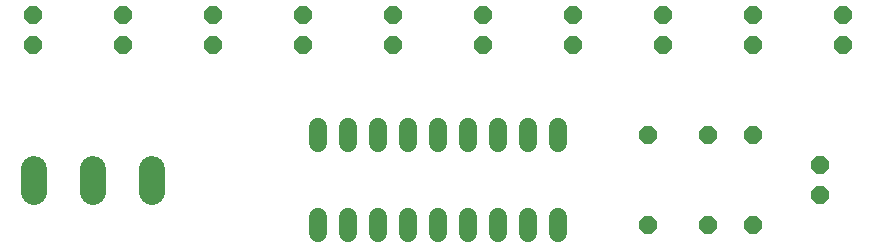
<source format=gbr>
G04 EAGLE Gerber X2 export*
%TF.Part,Single*%
%TF.FileFunction,Soldermask,Top,1*%
%TF.FilePolarity,Negative*%
%TF.GenerationSoftware,Autodesk,EAGLE,9.0.0*%
%TF.CreationDate,2019-10-07T20:04:45Z*%
G75*
%MOMM*%
%FSLAX34Y34*%
%LPD*%
%AMOC8*
5,1,8,0,0,1.08239X$1,22.5*%
G01*
%ADD10P,1.649562X8X112.500000*%
%ADD11C,1.524000*%
%ADD12P,1.649562X8X292.500000*%
%ADD13C,2.184400*%


D10*
X798900Y97950D03*
X798900Y123350D03*
D11*
X373450Y79154D02*
X373450Y65946D01*
X398850Y65946D02*
X398850Y79154D01*
X525850Y79154D02*
X525850Y65946D01*
X551250Y65946D02*
X551250Y79154D01*
X424250Y79154D02*
X424250Y65946D01*
X449650Y65946D02*
X449650Y79154D01*
X500450Y79154D02*
X500450Y65946D01*
X475050Y65946D02*
X475050Y79154D01*
X576650Y79154D02*
X576650Y65946D01*
X576650Y142146D02*
X576650Y155354D01*
X551250Y155354D02*
X551250Y142146D01*
X525850Y142146D02*
X525850Y155354D01*
X500450Y155354D02*
X500450Y142146D01*
X475050Y142146D02*
X475050Y155354D01*
X449650Y155354D02*
X449650Y142146D01*
X424250Y142146D02*
X424250Y155354D01*
X398850Y155354D02*
X398850Y142146D01*
X373450Y142146D02*
X373450Y155354D01*
D12*
X132150Y250350D03*
X132150Y224950D03*
X817950Y250350D03*
X817950Y224950D03*
X208350Y250350D03*
X208350Y224950D03*
X284550Y250350D03*
X284550Y224950D03*
X360750Y250350D03*
X360750Y224950D03*
X436950Y250350D03*
X436950Y224950D03*
X513150Y250350D03*
X513150Y224950D03*
X589350Y250350D03*
X589350Y224950D03*
X665550Y250350D03*
X665550Y224950D03*
X741750Y250350D03*
X741750Y224950D03*
D10*
X652850Y72550D03*
X652850Y148750D03*
D12*
X703650Y148750D03*
X703650Y72550D03*
X741750Y148750D03*
X741750Y72550D03*
D13*
X132912Y100744D02*
X132912Y120556D01*
X182950Y120556D02*
X182950Y100744D01*
X232988Y100744D02*
X232988Y120556D01*
M02*

</source>
